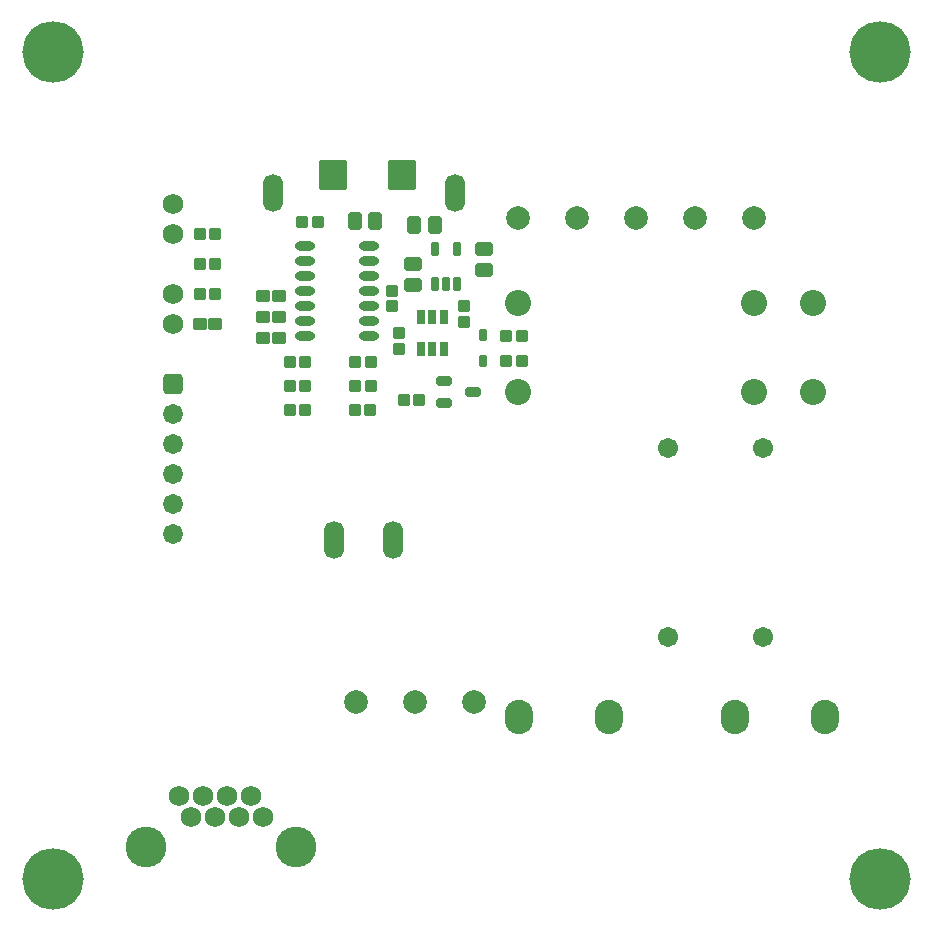
<source format=gbr>
%TF.GenerationSoftware,Altium Limited,Altium Designer,20.1.8 (145)*%
G04 Layer_Color=16711833*
%FSLAX45Y45*%
%MOMM*%
%TF.SameCoordinates,6D2D8FCC-EB96-405E-AB85-A4400E8CD33B*%
%TF.FilePolarity,Negative*%
%TF.FileFunction,Soldermask,Bot*%
%TF.Part,Single*%
G01*
G75*
%TA.AperFunction,SMDPad,CuDef*%
G04:AMPARAMS|DCode=43|XSize=1.0532mm|YSize=1.0532mm|CornerRadius=0.1441mm|HoleSize=0mm|Usage=FLASHONLY|Rotation=90.000|XOffset=0mm|YOffset=0mm|HoleType=Round|Shape=RoundedRectangle|*
%AMROUNDEDRECTD43*
21,1,1.05320,0.76500,0,0,90.0*
21,1,0.76500,1.05320,0,0,90.0*
1,1,0.28820,0.38250,0.38250*
1,1,0.28820,0.38250,-0.38250*
1,1,0.28820,-0.38250,-0.38250*
1,1,0.28820,-0.38250,0.38250*
%
%ADD43ROUNDEDRECTD43*%
G04:AMPARAMS|DCode=44|XSize=0.7032mm|YSize=1.0032mm|CornerRadius=0.1041mm|HoleSize=0mm|Usage=FLASHONLY|Rotation=0.000|XOffset=0mm|YOffset=0mm|HoleType=Round|Shape=RoundedRectangle|*
%AMROUNDEDRECTD44*
21,1,0.70320,0.79500,0,0,0.0*
21,1,0.49500,1.00320,0,0,0.0*
1,1,0.20820,0.24750,-0.39750*
1,1,0.20820,-0.24750,-0.39750*
1,1,0.20820,-0.24750,0.39750*
1,1,0.20820,0.24750,0.39750*
%
%ADD44ROUNDEDRECTD44*%
G04:AMPARAMS|DCode=45|XSize=1.0532mm|YSize=1.0532mm|CornerRadius=0.1441mm|HoleSize=0mm|Usage=FLASHONLY|Rotation=0.000|XOffset=0mm|YOffset=0mm|HoleType=Round|Shape=RoundedRectangle|*
%AMROUNDEDRECTD45*
21,1,1.05320,0.76500,0,0,0.0*
21,1,0.76500,1.05320,0,0,0.0*
1,1,0.28820,0.38250,-0.38250*
1,1,0.28820,-0.38250,-0.38250*
1,1,0.28820,-0.38250,0.38250*
1,1,0.28820,0.38250,0.38250*
%
%ADD45ROUNDEDRECTD45*%
G04:AMPARAMS|DCode=46|XSize=0.7032mm|YSize=1.2532mm|CornerRadius=0.1266mm|HoleSize=0mm|Usage=FLASHONLY|Rotation=180.000|XOffset=0mm|YOffset=0mm|HoleType=Round|Shape=RoundedRectangle|*
%AMROUNDEDRECTD46*
21,1,0.70320,1.00000,0,0,180.0*
21,1,0.45000,1.25320,0,0,180.0*
1,1,0.25320,-0.22500,0.50000*
1,1,0.25320,0.22500,0.50000*
1,1,0.25320,0.22500,-0.50000*
1,1,0.25320,-0.22500,-0.50000*
%
%ADD46ROUNDEDRECTD46*%
G04:AMPARAMS|DCode=47|XSize=0.8032mm|YSize=1.3032mm|CornerRadius=0.1316mm|HoleSize=0mm|Usage=FLASHONLY|Rotation=270.000|XOffset=0mm|YOffset=0mm|HoleType=Round|Shape=RoundedRectangle|*
%AMROUNDEDRECTD47*
21,1,0.80320,1.04000,0,0,270.0*
21,1,0.54000,1.30320,0,0,270.0*
1,1,0.26320,-0.52000,-0.27000*
1,1,0.26320,-0.52000,0.27000*
1,1,0.26320,0.52000,0.27000*
1,1,0.26320,0.52000,-0.27000*
%
%ADD47ROUNDEDRECTD47*%
G04:AMPARAMS|DCode=48|XSize=1.0532mm|YSize=1.1032mm|CornerRadius=0.1441mm|HoleSize=0mm|Usage=FLASHONLY|Rotation=270.000|XOffset=0mm|YOffset=0mm|HoleType=Round|Shape=RoundedRectangle|*
%AMROUNDEDRECTD48*
21,1,1.05320,0.81500,0,0,270.0*
21,1,0.76500,1.10320,0,0,270.0*
1,1,0.28820,-0.40750,-0.38250*
1,1,0.28820,-0.40750,0.38250*
1,1,0.28820,0.40750,0.38250*
1,1,0.28820,0.40750,-0.38250*
%
%ADD48ROUNDEDRECTD48*%
G04:AMPARAMS|DCode=49|XSize=2.5532mm|YSize=2.3032mm|CornerRadius=0.1121mm|HoleSize=0mm|Usage=FLASHONLY|Rotation=270.000|XOffset=0mm|YOffset=0mm|HoleType=Round|Shape=RoundedRectangle|*
%AMROUNDEDRECTD49*
21,1,2.55320,2.07900,0,0,270.0*
21,1,2.32900,2.30320,0,0,270.0*
1,1,0.22420,-1.03950,-1.16450*
1,1,0.22420,-1.03950,1.16450*
1,1,0.22420,1.03950,1.16450*
1,1,0.22420,1.03950,-1.16450*
%
%ADD49ROUNDEDRECTD49*%
%ADD50O,1.70320X0.80320*%
G04:AMPARAMS|DCode=51|XSize=1.4782mm|YSize=1.1032mm|CornerRadius=0.1466mm|HoleSize=0mm|Usage=FLASHONLY|Rotation=0.000|XOffset=0mm|YOffset=0mm|HoleType=Round|Shape=RoundedRectangle|*
%AMROUNDEDRECTD51*
21,1,1.47820,0.81000,0,0,0.0*
21,1,1.18500,1.10320,0,0,0.0*
1,1,0.29320,0.59250,-0.40500*
1,1,0.29320,-0.59250,-0.40500*
1,1,0.29320,-0.59250,0.40500*
1,1,0.29320,0.59250,0.40500*
%
%ADD51ROUNDEDRECTD51*%
G04:AMPARAMS|DCode=52|XSize=0.7032mm|YSize=1.2032mm|CornerRadius=0.1266mm|HoleSize=0mm|Usage=FLASHONLY|Rotation=0.000|XOffset=0mm|YOffset=0mm|HoleType=Round|Shape=RoundedRectangle|*
%AMROUNDEDRECTD52*
21,1,0.70320,0.95000,0,0,0.0*
21,1,0.45000,1.20320,0,0,0.0*
1,1,0.25320,0.22500,-0.47500*
1,1,0.25320,-0.22500,-0.47500*
1,1,0.25320,-0.22500,0.47500*
1,1,0.25320,0.22500,0.47500*
%
%ADD52ROUNDEDRECTD52*%
G04:AMPARAMS|DCode=53|XSize=1.4782mm|YSize=1.1032mm|CornerRadius=0.1466mm|HoleSize=0mm|Usage=FLASHONLY|Rotation=90.000|XOffset=0mm|YOffset=0mm|HoleType=Round|Shape=RoundedRectangle|*
%AMROUNDEDRECTD53*
21,1,1.47820,0.81000,0,0,90.0*
21,1,1.18500,1.10320,0,0,90.0*
1,1,0.29320,0.40500,0.59250*
1,1,0.29320,0.40500,-0.59250*
1,1,0.29320,-0.40500,-0.59250*
1,1,0.29320,-0.40500,0.59250*
%
%ADD53ROUNDEDRECTD53*%
%TA.AperFunction,ComponentPad*%
%ADD54C,1.72720*%
%ADD55C,3.45440*%
%ADD56C,2.00320*%
%ADD57C,2.20320*%
%ADD58C,1.70320*%
%ADD59O,2.40320X2.90320*%
%ADD60O,1.70320X3.20320*%
G04:AMPARAMS|DCode=61|XSize=1.7032mm|YSize=1.6532mm|CornerRadius=0.28285mm|HoleSize=0mm|Usage=FLASHONLY|Rotation=270.000|XOffset=0mm|YOffset=0mm|HoleType=Round|Shape=RoundedRectangle|*
%AMROUNDEDRECTD61*
21,1,1.70320,1.08750,0,0,270.0*
21,1,1.13750,1.65320,0,0,270.0*
1,1,0.56570,-0.54375,-0.56875*
1,1,0.56570,-0.54375,0.56875*
1,1,0.56570,0.54375,0.56875*
1,1,0.56570,0.54375,-0.56875*
%
%ADD61ROUNDEDRECTD61*%
%ADD62O,1.65320X1.70320*%
%TA.AperFunction,ViaPad*%
%ADD63C,5.20320*%
D43*
X4337360Y4885800D02*
D03*
X4467360D02*
D03*
Y5097400D02*
D03*
X4337360D02*
D03*
X3059200Y4876801D02*
D03*
X3189200D02*
D03*
X2637800Y4876800D02*
D03*
X2507800D02*
D03*
X2637800Y4673600D02*
D03*
X2507800D02*
D03*
X3059200D02*
D03*
X3189200D02*
D03*
X3056200Y4470401D02*
D03*
X3186200D02*
D03*
X2637800Y4470400D02*
D03*
X2507800D02*
D03*
X1870956Y5453000D02*
D03*
X1740956Y5453000D02*
D03*
Y5707000D02*
D03*
X1870956D02*
D03*
X2741660Y6063060D02*
D03*
X2611660Y6063060D02*
D03*
X3601900Y4556400D02*
D03*
X3471900D02*
D03*
X1870956Y5961000D02*
D03*
X1740956D02*
D03*
D44*
X4140260Y5103300D02*
D03*
Y4883300D02*
D03*
D45*
X3431540Y4990680D02*
D03*
Y5120680D02*
D03*
X3977640Y5219700D02*
D03*
X3977640Y5349700D02*
D03*
X3373120Y5478860D02*
D03*
Y5348860D02*
D03*
D46*
X3617777Y4990680D02*
D03*
X3712777D02*
D03*
X3807777D02*
D03*
Y5255680D02*
D03*
X3712777D02*
D03*
X3617777D02*
D03*
D47*
X4059460Y4626000D02*
D03*
X3809460Y4531000D02*
D03*
Y4721000D02*
D03*
D48*
X1875956Y5199000D02*
D03*
X1740956D02*
D03*
X2413000Y5080000D02*
D03*
X2278000D02*
D03*
X2413000Y5257800D02*
D03*
X2278000Y5257800D02*
D03*
X2413000Y5435600D02*
D03*
X2278000Y5435600D02*
D03*
D49*
X3454300Y6462600D02*
D03*
X2869300D02*
D03*
D50*
X3177800Y5856860D02*
D03*
Y5729860D02*
D03*
Y5602860D02*
D03*
Y5475860D02*
D03*
Y5348860D02*
D03*
Y5221860D02*
D03*
Y5094860D02*
D03*
X2637800Y5856860D02*
D03*
Y5729860D02*
D03*
Y5602860D02*
D03*
Y5475860D02*
D03*
Y5348860D02*
D03*
Y5221860D02*
D03*
Y5094860D02*
D03*
D51*
X3548380Y5529580D02*
D03*
X3548380Y5704820D02*
D03*
X4152400Y5656220D02*
D03*
Y5831461D02*
D03*
D52*
X3732280Y5831460D02*
D03*
X3922280Y5831461D02*
D03*
X3732280Y5536460D02*
D03*
X3827280Y5536460D02*
D03*
X3922280Y5536460D02*
D03*
D53*
X3228600Y6075300D02*
D03*
X3053360D02*
D03*
X3557040Y6040200D02*
D03*
X3732280D02*
D03*
D54*
X1513200Y5199000D02*
D03*
Y5453000D02*
D03*
X1668600Y1025000D02*
D03*
X1567000Y1202800D02*
D03*
X1871800Y1025000D02*
D03*
X1770200Y1202800D02*
D03*
X2075000Y1025000D02*
D03*
X1973400Y1202800D02*
D03*
X2278200Y1025000D02*
D03*
X2176600Y1202800D02*
D03*
X1513200Y5961000D02*
D03*
Y6215000D02*
D03*
D55*
X2557600Y771000D02*
D03*
X1287600D02*
D03*
D56*
X4438800Y6100000D02*
D03*
X4938800D02*
D03*
X5438800D02*
D03*
X5938800D02*
D03*
X6438800D02*
D03*
X3066820Y2000000D02*
D03*
X3566820D02*
D03*
X4066820D02*
D03*
D57*
X6938800Y4626000D02*
D03*
Y5376000D02*
D03*
X6438800Y4626000D02*
D03*
Y5376000D02*
D03*
X4438800D02*
D03*
Y4626000D02*
D03*
D58*
X5711000Y2547440D02*
D03*
X6511000D02*
D03*
Y4147440D02*
D03*
X5711000D02*
D03*
D59*
X5206900Y1873000D02*
D03*
X4444900D02*
D03*
X7035700D02*
D03*
X6273700D02*
D03*
D60*
X3903200Y6312600D02*
D03*
X2363200D02*
D03*
X3383200Y3372600D02*
D03*
X2883200D02*
D03*
D61*
X1513200Y4691000D02*
D03*
D62*
Y4437000D02*
D03*
Y4183000D02*
D03*
Y3929000D02*
D03*
Y3675000D02*
D03*
Y3421000D02*
D03*
D63*
X7500000Y7500000D02*
D03*
X500000D02*
D03*
X7500000Y500000D02*
D03*
X500000D02*
D03*
%TF.MD5,05206f2ffbdc6f6cfdd88ee3e2dbc439*%
M02*

</source>
